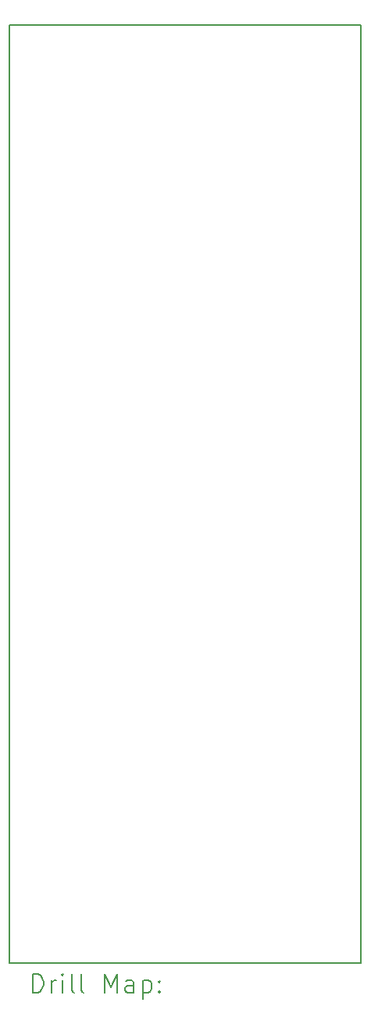
<source format=gbr>
%TF.GenerationSoftware,KiCad,Pcbnew,9.0.6*%
%TF.CreationDate,2025-12-24T12:44:06-06:00*%
%TF.ProjectId,TVC,5456432e-6b69-4636-9164-5f7063625858,rev?*%
%TF.SameCoordinates,Original*%
%TF.FileFunction,Drillmap*%
%TF.FilePolarity,Positive*%
%FSLAX45Y45*%
G04 Gerber Fmt 4.5, Leading zero omitted, Abs format (unit mm)*
G04 Created by KiCad (PCBNEW 9.0.6) date 2025-12-24 12:44:06*
%MOMM*%
%LPD*%
G01*
G04 APERTURE LIST*
%ADD10C,0.200000*%
G04 APERTURE END LIST*
D10*
X12851125Y-5016500D02*
X16661125Y-5016500D01*
X16661125Y-15176500D01*
X12851125Y-15176500D01*
X12851125Y-5016500D01*
X13101902Y-15497984D02*
X13101902Y-15297984D01*
X13101902Y-15297984D02*
X13149521Y-15297984D01*
X13149521Y-15297984D02*
X13178092Y-15307508D01*
X13178092Y-15307508D02*
X13197140Y-15326555D01*
X13197140Y-15326555D02*
X13206664Y-15345603D01*
X13206664Y-15345603D02*
X13216187Y-15383698D01*
X13216187Y-15383698D02*
X13216187Y-15412269D01*
X13216187Y-15412269D02*
X13206664Y-15450365D01*
X13206664Y-15450365D02*
X13197140Y-15469412D01*
X13197140Y-15469412D02*
X13178092Y-15488460D01*
X13178092Y-15488460D02*
X13149521Y-15497984D01*
X13149521Y-15497984D02*
X13101902Y-15497984D01*
X13301902Y-15497984D02*
X13301902Y-15364650D01*
X13301902Y-15402746D02*
X13311426Y-15383698D01*
X13311426Y-15383698D02*
X13320949Y-15374174D01*
X13320949Y-15374174D02*
X13339997Y-15364650D01*
X13339997Y-15364650D02*
X13359045Y-15364650D01*
X13425711Y-15497984D02*
X13425711Y-15364650D01*
X13425711Y-15297984D02*
X13416187Y-15307508D01*
X13416187Y-15307508D02*
X13425711Y-15317031D01*
X13425711Y-15317031D02*
X13435235Y-15307508D01*
X13435235Y-15307508D02*
X13425711Y-15297984D01*
X13425711Y-15297984D02*
X13425711Y-15317031D01*
X13549521Y-15497984D02*
X13530473Y-15488460D01*
X13530473Y-15488460D02*
X13520949Y-15469412D01*
X13520949Y-15469412D02*
X13520949Y-15297984D01*
X13654283Y-15497984D02*
X13635235Y-15488460D01*
X13635235Y-15488460D02*
X13625711Y-15469412D01*
X13625711Y-15469412D02*
X13625711Y-15297984D01*
X13882854Y-15497984D02*
X13882854Y-15297984D01*
X13882854Y-15297984D02*
X13949521Y-15440841D01*
X13949521Y-15440841D02*
X14016187Y-15297984D01*
X14016187Y-15297984D02*
X14016187Y-15497984D01*
X14197140Y-15497984D02*
X14197140Y-15393222D01*
X14197140Y-15393222D02*
X14187616Y-15374174D01*
X14187616Y-15374174D02*
X14168568Y-15364650D01*
X14168568Y-15364650D02*
X14130473Y-15364650D01*
X14130473Y-15364650D02*
X14111426Y-15374174D01*
X14197140Y-15488460D02*
X14178092Y-15497984D01*
X14178092Y-15497984D02*
X14130473Y-15497984D01*
X14130473Y-15497984D02*
X14111426Y-15488460D01*
X14111426Y-15488460D02*
X14101902Y-15469412D01*
X14101902Y-15469412D02*
X14101902Y-15450365D01*
X14101902Y-15450365D02*
X14111426Y-15431317D01*
X14111426Y-15431317D02*
X14130473Y-15421793D01*
X14130473Y-15421793D02*
X14178092Y-15421793D01*
X14178092Y-15421793D02*
X14197140Y-15412269D01*
X14292378Y-15364650D02*
X14292378Y-15564650D01*
X14292378Y-15374174D02*
X14311426Y-15364650D01*
X14311426Y-15364650D02*
X14349521Y-15364650D01*
X14349521Y-15364650D02*
X14368568Y-15374174D01*
X14368568Y-15374174D02*
X14378092Y-15383698D01*
X14378092Y-15383698D02*
X14387616Y-15402746D01*
X14387616Y-15402746D02*
X14387616Y-15459888D01*
X14387616Y-15459888D02*
X14378092Y-15478936D01*
X14378092Y-15478936D02*
X14368568Y-15488460D01*
X14368568Y-15488460D02*
X14349521Y-15497984D01*
X14349521Y-15497984D02*
X14311426Y-15497984D01*
X14311426Y-15497984D02*
X14292378Y-15488460D01*
X14473330Y-15478936D02*
X14482854Y-15488460D01*
X14482854Y-15488460D02*
X14473330Y-15497984D01*
X14473330Y-15497984D02*
X14463807Y-15488460D01*
X14463807Y-15488460D02*
X14473330Y-15478936D01*
X14473330Y-15478936D02*
X14473330Y-15497984D01*
X14473330Y-15374174D02*
X14482854Y-15383698D01*
X14482854Y-15383698D02*
X14473330Y-15393222D01*
X14473330Y-15393222D02*
X14463807Y-15383698D01*
X14463807Y-15383698D02*
X14473330Y-15374174D01*
X14473330Y-15374174D02*
X14473330Y-15393222D01*
M02*

</source>
